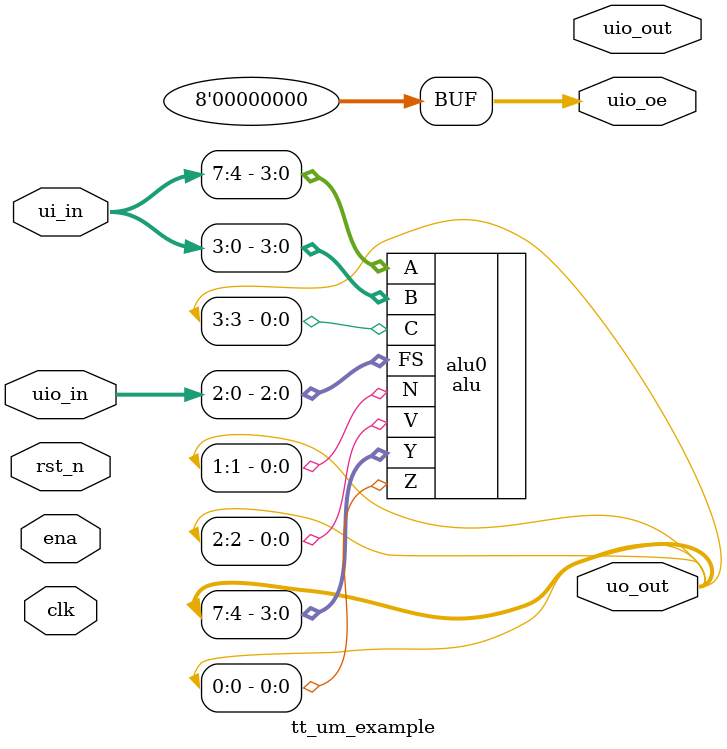
<source format=v>
/*
 * Copyright (c) 2024 Daniel Kaminski
 * Code referenced from course ECE2300 taught at Cornell University by Professor Zhiru Zhang
 * SPDX-License-Identifier: Apache-2.0
 */

`define default_netname none

module tt_um_example (
    input  wire [7:0] ui_in,    // Dedicated inputs
    output wire [7:0] uo_out,   // Dedicated outputs
    input  wire [7:0] uio_in,   // IOs: Input path
    output wire [7:0] uio_out,  // IOs: Output path
    output wire [7:0] uio_oe,   // IOs: Enable path (active high: 0=input, 1=output) //so for each bit, input if uio_oe[n] is 0, output if 1
    input  wire       ena,      // will go high when the design is enabled
    input  wire       clk,      // clock
    input  wire       rst_n     // reset_n - low to reset
);


/*assignments by pin:

	A: First 4-bit input to ALU
	B: Second 4-bit input to ALU
	FS: Op-codes for ALU, following table in GitHub page
	Y: 4-bit ALU output
	C: Carry out
	V: Overflow (active high)
	N: Negative check (active high)
	Z: Zero output check (active high)
	
	ui_in[7:4] -> A[3:0]
	ui_in[3:0] -> B[3:0]
	uio_oe[2:0] -> 1'b0, enables uio_in[7:4] to be input, will set all to 1 here for ease
	uio_in[2:0] -> FS[2:0]
	uo_out[7:4] -> Y[3:0]
	uo_out[3] -> C
	uo_out[2] -> V
	uo_out[1] -> N
	uo_out[0] -> Z

*/

  alu alu0(
  .A(ui_in[7:4]), 
  .B(ui_in[3:0]), 
  .FS(uio_in[2:0]),
  .Y(uo_out[7:4]),
  .C(uo_out[3]),
  .V(uo_out[2]),
  .N(uo_out[1]),
  .Z(uo_out[0])
  );
  
  assign uio_oe[7:0] = 1'b0; //sets the IO to inputs
 

endmodule

</source>
